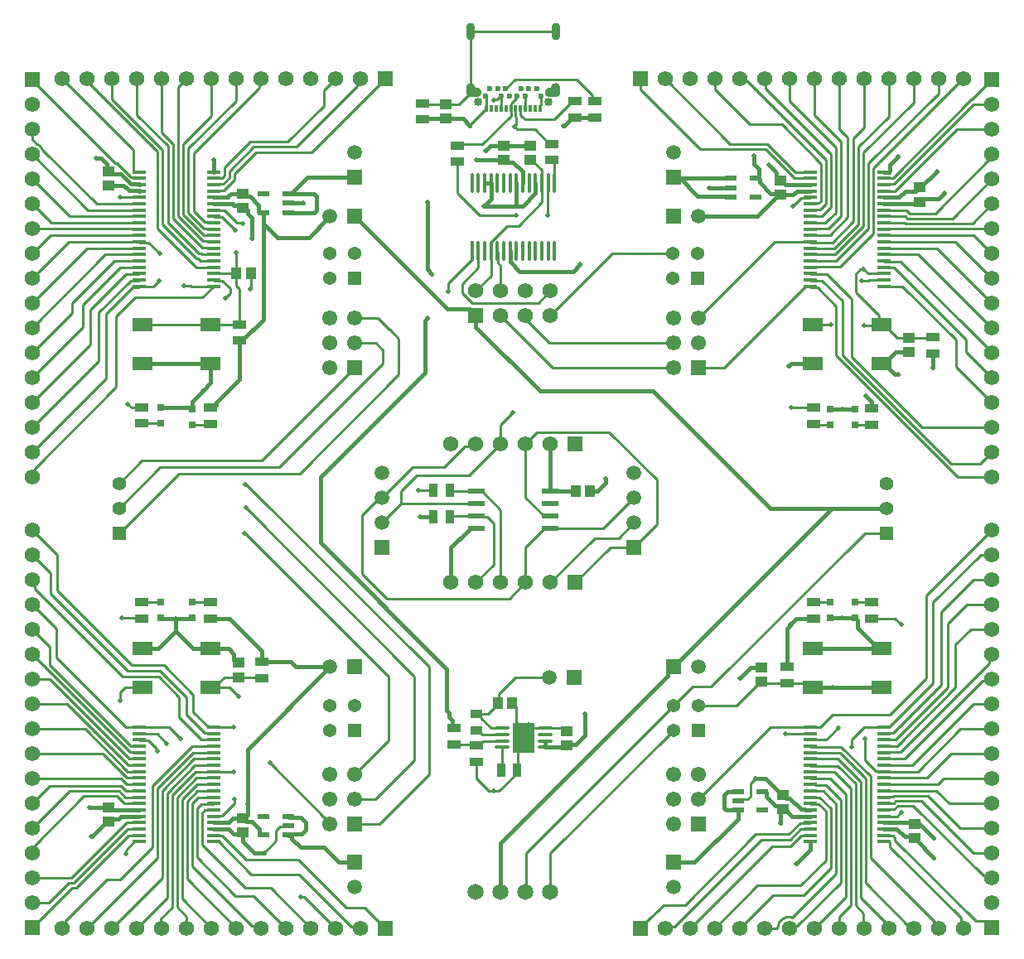
<source format=gbr>
G04*
G04 #@! TF.GenerationSoftware,Altium Limited,Altium Designer,25.8.1 (18)*
G04*
G04 Layer_Physical_Order=1*
G04 Layer_Color=255*
%FSLAX44Y44*%
%MOMM*%
G71*
G04*
G04 #@! TF.SameCoordinates,C16DD730-3532-4E92-A171-7A7C9FC4E97E*
G04*
G04*
G04 #@! TF.FilePolarity,Positive*
G04*
G01*
G75*
%ADD15C,0.2540*%
%ADD21R,1.3500X0.8500*%
%ADD22R,0.8000X0.8000*%
%ADD23R,1.4750X0.4500*%
%ADD24R,1.3082X1.0057*%
%ADD25R,1.2000X0.6000*%
%ADD26R,2.0000X1.4000*%
%ADD27R,0.3200X0.7000*%
G04:AMPARAMS|DCode=28|XSize=2mm|YSize=0.4mm|CornerRadius=0.2mm|HoleSize=0mm|Usage=FLASHONLY|Rotation=90.000|XOffset=0mm|YOffset=0mm|HoleType=Round|Shape=RoundedRectangle|*
%AMROUNDEDRECTD28*
21,1,2.0000,0.0000,0,0,90.0*
21,1,1.6000,0.4000,0,0,90.0*
1,1,0.4000,0.0000,0.8000*
1,1,0.4000,0.0000,-0.8000*
1,1,0.4000,0.0000,-0.8000*
1,1,0.4000,0.0000,0.8000*
%
%ADD28ROUNDEDRECTD28*%
%ADD29R,1.0057X1.3082*%
G04:AMPARAMS|DCode=30|XSize=1.45mm|YSize=0.3mm|CornerRadius=0.0495mm|HoleSize=0mm|Usage=FLASHONLY|Rotation=0.000|XOffset=0mm|YOffset=0mm|HoleType=Round|Shape=RoundedRectangle|*
%AMROUNDEDRECTD30*
21,1,1.4500,0.2010,0,0,0.0*
21,1,1.3510,0.3000,0,0,0.0*
1,1,0.0990,0.6755,-0.1005*
1,1,0.0990,-0.6755,-0.1005*
1,1,0.0990,-0.6755,0.1005*
1,1,0.0990,0.6755,0.1005*
%
%ADD30ROUNDEDRECTD30*%
%ADD31R,1.7780X0.5334*%
%ADD32R,0.8500X1.3500*%
%ADD33R,0.4000X2.0000*%
%ADD34R,1.2000X0.9200*%
%ADD43C,1.5200*%
%ADD46C,1.5700*%
%ADD48R,1.5700X1.5700*%
%ADD51R,1.5200X1.5200*%
%ADD54R,1.5200X1.5200*%
%ADD56R,1.5700X1.5700*%
%ADD60C,0.5000*%
%ADD61C,0.2540*%
%ADD62R,2.2000X3.1000*%
%ADD63C,0.3810*%
%ADD64C,0.6000*%
%ADD65C,1.3900*%
%ADD66C,1.6500*%
%ADD67C,1.3700*%
%ADD68R,1.3900X1.3900*%
%ADD69C,1.5500*%
%ADD70R,1.5500X1.5500*%
%ADD71R,1.3700X1.3700*%
%ADD72C,0.9000*%
%ADD73C,0.8500*%
%ADD74O,0.9000X1.8000*%
G36*
X532460Y929010D02*
X532230Y929020D01*
X532000Y929060D01*
X531760Y929100D01*
X531540Y929150D01*
X531310Y929220D01*
X531090Y929300D01*
X530870Y929390D01*
X530660Y929490D01*
X530450Y929600D01*
X530250Y929730D01*
X530050Y929860D01*
X529870Y930000D01*
X529690Y930160D01*
X529520Y930320D01*
X529360Y930490D01*
X529200Y930670D01*
X529060Y930850D01*
X528930Y931050D01*
X528800Y931250D01*
X528690Y931460D01*
X528590Y931670D01*
X528500Y931890D01*
X528420Y932110D01*
X528350Y932340D01*
X528300Y932560D01*
X528260Y932800D01*
X528220Y933030D01*
X528210Y933260D01*
X528200Y933500D01*
Y938500D01*
X528210Y938740D01*
X528220Y938970D01*
X528260Y939200D01*
X528300Y939440D01*
X528350Y939660D01*
X528420Y939890D01*
X528500Y940110D01*
X528590Y940330D01*
X528690Y940540D01*
X528800Y940750D01*
X528930Y940950D01*
X529060Y941150D01*
X529200Y941330D01*
X529360Y941510D01*
X529520Y941680D01*
X529690Y941840D01*
X529870Y942000D01*
X530050Y942140D01*
X530250Y942270D01*
X530450Y942400D01*
X530660Y942510D01*
X530870Y942610D01*
X531090Y942700D01*
X531310Y942780D01*
X531540Y942850D01*
X531760Y942900D01*
X532000Y942940D01*
X532230Y942980D01*
X532460Y942990D01*
X532700Y943000D01*
X532940Y942990D01*
X533170Y942980D01*
X533400Y942940D01*
X533640Y942900D01*
X533860Y942850D01*
X534090Y942780D01*
X534310Y942700D01*
X534530Y942610D01*
X534740Y942510D01*
X534950Y942400D01*
X535150Y942270D01*
X535350Y942140D01*
X535530Y942000D01*
X535710Y941840D01*
X535880Y941680D01*
X536040Y941510D01*
X536200Y941330D01*
X536340Y941150D01*
X536470Y940950D01*
X536600Y940750D01*
X536710Y940540D01*
X536810Y940330D01*
X536900Y940110D01*
X536980Y939890D01*
X537050Y939660D01*
X537100Y939440D01*
X537140Y939200D01*
X537180Y938970D01*
X537190Y938740D01*
X537200Y938500D01*
Y938000D01*
X539200D01*
X539440Y937990D01*
X539670Y937980D01*
X539900Y937940D01*
X540140Y937900D01*
X540360Y937850D01*
X540590Y937780D01*
X540810Y937700D01*
X541030Y937610D01*
X541240Y937510D01*
X541450Y937400D01*
X541650Y937270D01*
X541850Y937140D01*
X542030Y937000D01*
X542210Y936840D01*
X542380Y936680D01*
X542540Y936510D01*
X542700Y936330D01*
X542840Y936150D01*
X542970Y935950D01*
X543100Y935750D01*
X543210Y935540D01*
X543310Y935330D01*
X543400Y935110D01*
X543480Y934890D01*
X543550Y934660D01*
X543600Y934440D01*
X543640Y934200D01*
X543680Y933970D01*
X543690Y933740D01*
X543700Y933500D01*
X543690Y933260D01*
X543680Y933030D01*
X543640Y932800D01*
X543600Y932560D01*
X543550Y932340D01*
X543480Y932110D01*
X543400Y931890D01*
X543310Y931670D01*
X543210Y931460D01*
X543100Y931250D01*
X542970Y931050D01*
X542840Y930850D01*
X542700Y930670D01*
X542540Y930490D01*
X542380Y930320D01*
X542210Y930160D01*
X542030Y930000D01*
X541850Y929860D01*
X541650Y929730D01*
X541450Y929600D01*
X541240Y929490D01*
X541030Y929390D01*
X540810Y929300D01*
X540590Y929220D01*
X540360Y929150D01*
X540140Y929100D01*
X539900Y929060D01*
X539670Y929020D01*
X539440Y929010D01*
X539200Y929000D01*
X532700D01*
X532460Y929010D01*
D02*
G37*
G36*
X612560D02*
X612330Y929020D01*
X612100Y929060D01*
X611860Y929100D01*
X611640Y929150D01*
X611410Y929220D01*
X611190Y929300D01*
X610970Y929390D01*
X610760Y929490D01*
X610550Y929600D01*
X610350Y929730D01*
X610150Y929860D01*
X609970Y930000D01*
X609790Y930160D01*
X609620Y930320D01*
X609460Y930490D01*
X609300Y930670D01*
X609160Y930850D01*
X609030Y931050D01*
X608900Y931250D01*
X608790Y931460D01*
X608690Y931670D01*
X608600Y931890D01*
X608520Y932110D01*
X608450Y932340D01*
X608400Y932560D01*
X608360Y932800D01*
X608320Y933030D01*
X608310Y933260D01*
X608300Y933500D01*
X608310Y933740D01*
X608320Y933970D01*
X608360Y934200D01*
X608400Y934440D01*
X608450Y934660D01*
X608520Y934890D01*
X608600Y935110D01*
X608690Y935330D01*
X608790Y935540D01*
X608900Y935750D01*
X609030Y935950D01*
X609160Y936150D01*
X609300Y936330D01*
X609460Y936510D01*
X609620Y936680D01*
X609790Y936840D01*
X609970Y937000D01*
X610150Y937140D01*
X610350Y937270D01*
X610550Y937400D01*
X610760Y937510D01*
X610970Y937610D01*
X611190Y937700D01*
X611410Y937780D01*
X611640Y937850D01*
X611860Y937900D01*
X612100Y937940D01*
X612330Y937980D01*
X612560Y937990D01*
X612800Y938000D01*
X614800D01*
Y938500D01*
X614810Y938740D01*
X614820Y938970D01*
X614860Y939200D01*
X614900Y939440D01*
X614950Y939660D01*
X615020Y939890D01*
X615100Y940110D01*
X615190Y940330D01*
X615290Y940540D01*
X615400Y940750D01*
X615530Y940950D01*
X615660Y941150D01*
X615800Y941330D01*
X615960Y941510D01*
X616120Y941680D01*
X616290Y941840D01*
X616470Y942000D01*
X616650Y942140D01*
X616850Y942270D01*
X617050Y942400D01*
X617260Y942510D01*
X617470Y942610D01*
X617690Y942700D01*
X617910Y942780D01*
X618140Y942850D01*
X618360Y942900D01*
X618600Y942940D01*
X618830Y942980D01*
X619060Y942990D01*
X619300Y943000D01*
X619540Y942990D01*
X619770Y942980D01*
X620000Y942940D01*
X620240Y942900D01*
X620460Y942850D01*
X620690Y942780D01*
X620910Y942700D01*
X621130Y942610D01*
X621340Y942510D01*
X621550Y942400D01*
X621750Y942270D01*
X621950Y942140D01*
X622130Y942000D01*
X622310Y941840D01*
X622480Y941680D01*
X622640Y941510D01*
X622800Y941330D01*
X622940Y941150D01*
X623070Y940950D01*
X623200Y940750D01*
X623310Y940540D01*
X623410Y940330D01*
X623500Y940110D01*
X623580Y939890D01*
X623650Y939660D01*
X623700Y939440D01*
X623740Y939200D01*
X623780Y938970D01*
X623790Y938740D01*
X623800Y938500D01*
Y933500D01*
X623790Y933260D01*
X623780Y933030D01*
X623740Y932800D01*
X623700Y932560D01*
X623650Y932340D01*
X623580Y932110D01*
X623500Y931890D01*
X623410Y931670D01*
X623310Y931460D01*
X623200Y931250D01*
X623070Y931050D01*
X622940Y930850D01*
X622800Y930670D01*
X622640Y930490D01*
X622480Y930320D01*
X622310Y930160D01*
X622130Y930000D01*
X621950Y929860D01*
X621750Y929730D01*
X621550Y929600D01*
X621340Y929490D01*
X621130Y929390D01*
X620910Y929300D01*
X620690Y929220D01*
X620460Y929150D01*
X620240Y929100D01*
X620000Y929060D01*
X619770Y929020D01*
X619540Y929010D01*
X619300Y929000D01*
X612800D01*
X612560Y929010D01*
D02*
G37*
D15*
X723853Y96573D02*
G03*
X705750Y78570I232471J-251866D01*
G01*
X859945Y90199D02*
G03*
X846427Y80036I-1935J-11498D01*
G01*
X94910Y875116D02*
G03*
X89045Y880981I-10638J-4773D01*
G01*
X604000Y920288D02*
Y930000D01*
X882350Y696000D02*
X900706D01*
X882220Y695870D02*
X882350Y696000D01*
X185392Y846700D02*
X192954D01*
X193932Y845722D01*
X170679Y861413D02*
X185392Y846700D01*
X614100Y705300D02*
X677400Y768600D01*
X738756D01*
X588594Y916900D02*
Y929406D01*
X588000Y930000D02*
X588594Y929406D01*
X563500Y929500D02*
X564000Y930000D01*
X563500Y916900D02*
Y929500D01*
X934500Y695500D02*
X951850D01*
X952220Y695870D01*
X922000Y663000D02*
X994060Y590940D01*
X896220Y747780D02*
X922000Y722000D01*
Y663000D02*
Y722000D01*
X912750Y665066D02*
X1023816Y554000D01*
X912750Y665066D02*
Y720250D01*
X891720Y741280D02*
X912750Y720250D01*
X886760Y734240D02*
X906000Y715000D01*
Y664632D02*
Y715000D01*
X879340Y735220D02*
X880320Y734240D01*
X886760D01*
X906000Y664632D02*
X1030492Y540140D01*
X874215Y735220D02*
X879340D01*
X193864Y832654D02*
X193930Y832720D01*
X509168Y730082D02*
Y738418D01*
Y730082D02*
X509500Y729750D01*
X509168Y738418D02*
X533750Y763000D01*
Y771000D01*
X555750Y450412D02*
Y492500D01*
X538898Y499229D02*
X549021D01*
X538027Y500100D02*
X538898Y499229D01*
X549021D02*
X555750Y492500D01*
X537900Y432562D02*
X555750Y450412D01*
X563300Y432562D02*
Y506450D01*
X544250Y525500D02*
X563300Y506450D01*
X511906Y500100D02*
X538027D01*
X511170Y499364D02*
X511906Y500100D01*
X580750Y238214D02*
Y260826D01*
X577277Y898079D02*
Y898745D01*
X577928Y898079D02*
X579995Y896012D01*
X577277Y898079D02*
X577928D01*
X421894Y441290D02*
Y501396D01*
Y441290D02*
X447132Y416052D01*
X572190D01*
X595000Y283576D02*
X608250D01*
X591750Y286826D02*
X595000Y283576D01*
X575127Y309484D02*
X578885Y305725D01*
Y288056D02*
Y305725D01*
Y288056D02*
X580115Y286826D01*
X580750D01*
X556268Y219000D02*
X561536D01*
X538146Y231854D02*
Y249418D01*
X551000Y219000D02*
X556268D01*
X538146Y231854D02*
X551000Y219000D01*
X561536D02*
X580750Y238214D01*
X386140Y188080D02*
Y188944D01*
X327250Y247834D02*
X386140Y188944D01*
X327250Y247834D02*
Y248500D01*
X386140Y188080D02*
X388620Y185600D01*
X289875Y284625D02*
X290000Y284750D01*
X269815Y284625D02*
X289875D01*
X269690Y284500D02*
X269815Y284625D01*
X264565Y284500D02*
X269690D01*
X337444Y182999D02*
X344749D01*
X333250Y178805D02*
X337444Y182999D01*
X333250Y168250D02*
Y178805D01*
X344749Y182999D02*
X345750Y184000D01*
X321250Y156250D02*
X333250Y168250D01*
X303118Y149085D02*
X356121D01*
X405384Y99822D01*
X278643Y173560D02*
X303118Y149085D01*
X269810Y325000D02*
X286250D01*
X295000Y316250D01*
X266810Y325000D02*
X269810D01*
X196090Y396000D02*
X196340Y395750D01*
X176000Y396000D02*
X196090D01*
X266700Y412000D02*
X266950Y412250D01*
X247650Y412000D02*
X266700D01*
X215400Y412250D02*
X215650Y412000D01*
X196340Y412250D02*
X215400D01*
X180000Y154750D02*
Y158695D01*
X188805Y167500D01*
X193930D01*
X143000Y202750D02*
X143012Y202762D01*
X86788Y163538D02*
X137351Y214101D01*
X171119D01*
X84270Y155800D02*
X86788Y158318D01*
Y163538D01*
X173223Y219181D02*
X179404Y213000D01*
X156557Y257400D02*
X181457Y232500D01*
X171119Y214101D02*
X178720Y206500D01*
X180089Y219500D02*
X193930D01*
X175327Y224261D02*
X180089Y219500D01*
X181457Y232500D02*
X193930D01*
X179404Y213000D02*
X193930D01*
X178720Y206500D02*
X193930D01*
X174772Y232000D02*
X180772Y226000D01*
X122251Y219181D02*
X173223D01*
X180772Y226000D02*
X193930D01*
X182141Y239000D02*
X193930D01*
X138341Y282800D02*
X182141Y239000D01*
X101931Y224261D02*
X175327D01*
X120125Y308200D02*
X182745Y245580D01*
X193850D01*
X193930Y245500D01*
X84270Y206600D02*
X101931Y224261D01*
X84270Y181200D02*
X122251Y219181D01*
X124910Y120240D02*
X128985D01*
X182745Y174000D02*
X193930D01*
X101404Y105000D02*
X121724Y125320D01*
X84270Y79600D02*
X124910Y120240D01*
X121724Y125320D02*
X126754D01*
X124650Y130400D02*
X181250Y187000D01*
X84270Y79600D02*
Y79600D01*
X128985Y120240D02*
X182745Y174000D01*
X181250Y187000D02*
X193930D01*
X84270Y130400D02*
X124650D01*
X126754Y125320D02*
X181934Y180500D01*
X193930D01*
X84270Y105000D02*
X101404D01*
X1005000Y412000D02*
X1053600Y460600D01*
X1013000Y327387D02*
Y402000D01*
X960225Y284500D02*
X1005000Y329275D01*
X1013000Y402000D02*
X1046200Y435200D01*
X964053Y278440D02*
X1013000Y327387D01*
X1053600Y460600D02*
X1065020D01*
X1005000Y329275D02*
Y412000D01*
X908000Y283500D02*
Y283750D01*
X896000Y271500D02*
X908000Y283500D01*
X879340Y271500D02*
X896000D01*
X889750Y284500D02*
X902250Y297000D01*
X838736Y284500D02*
X889750D01*
X902250Y297000D02*
X961000D01*
X765000Y210764D02*
X838736Y284500D01*
X853750Y278190D02*
X853845Y278095D01*
X879245D02*
X879340Y278000D01*
X853845Y278095D02*
X879245D01*
X778000Y326000D02*
X935100Y483100D01*
X957500D01*
X758900Y326000D02*
X778000D01*
X823966Y175250D02*
X857708D01*
X869018Y186560D01*
X751332Y102616D02*
X823966Y175250D01*
X740887Y80233D02*
X829904Y169250D01*
X858893D02*
X869703Y180060D01*
X829904Y169250D02*
X858893D01*
X756410Y78700D02*
X840210Y162500D01*
X859327D02*
X870387Y173560D01*
X840210Y162500D02*
X859327D01*
X869018Y186560D02*
X878900D01*
X879340Y187000D01*
X869703Y180060D02*
X878900D01*
X879340Y180500D01*
X870387Y173560D02*
X878900D01*
X879340Y174000D01*
X966250Y395750D02*
X972750Y389250D01*
X942000Y395750D02*
X966250D01*
X971834Y197000D02*
X972500D01*
X968334Y193500D02*
X971834Y197000D01*
X955100Y193500D02*
X968334D01*
X955540Y200440D02*
X965422D01*
X955540Y206940D02*
X964690D01*
X967090Y209340D01*
X965422Y200440D02*
X969241Y204260D01*
X967090Y209340D02*
X992660D01*
X965033Y214420D02*
X999580D01*
X955540Y213440D02*
X964053D01*
X965033Y214420D01*
X969241Y204260D02*
X984740D01*
X1056105Y132895D01*
X992660Y209340D02*
X1046200Y155800D01*
X1008500Y219500D02*
X1021400Y206600D01*
X955100Y219500D02*
X1008500D01*
X999580Y214420D02*
X1032800Y181200D01*
X955100Y200000D02*
X955540Y200440D01*
X955100Y213000D02*
X955540Y213440D01*
X955100Y206500D02*
X955540Y206940D01*
X966285Y168715D02*
Y171328D01*
X964053Y173560D02*
X966285Y171328D01*
X955540Y173560D02*
X964053D01*
X966285Y168715D02*
X1048820Y86180D01*
X955100Y174000D02*
X955540Y173560D01*
X941500Y412750D02*
X942000Y412250D01*
X925000Y412750D02*
X941500D01*
X899750Y412250D02*
X900000Y412000D01*
X883000Y412250D02*
X899750D01*
X818250Y226750D02*
X823250Y231750D01*
X818250Y213750D02*
Y226750D01*
X815230Y210730D02*
X818250Y213750D01*
X807230Y210730D02*
X815230D01*
X608250Y283576D02*
X627958D01*
X630856Y280679D01*
X805500Y209000D02*
X807230Y210730D01*
X548000Y930000D02*
X548090Y929910D01*
Y917702D02*
Y929910D01*
X531622Y899668D02*
Y900022D01*
X548500Y916900D01*
X307744Y732686D02*
Y748538D01*
X307594Y732536D02*
X307744Y732686D01*
X1065020Y867662D02*
Y870340D01*
X980823Y809899D02*
X1007257D01*
X1065020Y867662D01*
X833976Y875244D02*
X863500Y845720D01*
X705612Y936388D02*
X766756Y875244D01*
X833976D01*
X524256Y880486D02*
X529263D01*
X592565Y697755D02*
Y697874D01*
X601458Y718058D02*
X614100Y730700D01*
X581107Y797007D02*
X605250Y821150D01*
X604971Y841280D02*
X605250Y841000D01*
Y821150D02*
Y841000D01*
X611564Y807906D02*
Y840814D01*
X611750Y841000D01*
X615696Y864494D02*
X618250Y861940D01*
Y841000D02*
Y861940D01*
X523748Y728362D02*
X534052Y718058D01*
X523748Y728362D02*
Y737870D01*
X604971Y841280D02*
Y854279D01*
X593000Y864738D02*
X594512D01*
X604971Y854279D01*
X613196Y880994D02*
X615696D01*
X529263Y880486D02*
X544282D01*
X534052Y718058D02*
X601458D01*
X588700Y701739D02*
Y705300D01*
Y701739D02*
X592565Y697874D01*
X559750Y771000D02*
X560029Y770721D01*
Y759371D02*
Y770721D01*
X523748Y737870D02*
X540250Y754372D01*
Y771000D01*
X537900Y730700D02*
X553250Y746050D01*
Y771000D01*
X553529Y771279D01*
X560029Y759371D02*
X563300Y756100D01*
X569540Y797007D02*
X581107D01*
X541528Y808228D02*
X578659D01*
X553529Y780996D02*
X569540Y797007D01*
X518922Y830834D02*
Y862763D01*
X553529Y771279D02*
Y780996D01*
X518922Y830834D02*
X541528Y808228D01*
X563300Y730700D02*
Y756100D01*
X589000Y116250D02*
Y156100D01*
X739600Y306700D01*
X758900Y326000D01*
X414020Y211000D02*
X435000D01*
X302541Y508708D02*
X475000Y336249D01*
X173250Y508500D02*
X214750Y550000D01*
X337000D01*
X443000Y656000D01*
X435000Y211000D02*
X475000Y251000D01*
X443000Y656000D02*
Y670000D01*
X475000Y251000D02*
Y336249D01*
X414150Y677500D02*
X435500D01*
X443000Y670000D01*
X612820Y677500D02*
X739600D01*
X592565Y697755D02*
X612820Y677500D01*
X563064Y930000D02*
X564000D01*
X555941Y925765D02*
X556412Y926236D01*
X559300D01*
X563064Y930000D01*
X573500Y921869D02*
X578810Y927179D01*
Y927874D01*
X580000Y929063D02*
Y930000D01*
X578810Y927874D02*
X580000Y929063D01*
X573500Y909704D02*
Y921869D01*
X544282Y880486D02*
X573500Y909704D01*
X577277Y898745D02*
X578580Y900048D01*
X598178Y896012D02*
X613196Y880994D01*
X578104Y908304D02*
Y916504D01*
X578500Y916900D01*
X578580Y900048D02*
Y908304D01*
X579995Y896012D02*
X598178D01*
X303896Y531770D02*
X304230D01*
X302216Y533450D02*
X303896Y531770D01*
X304230D02*
X490000Y346000D01*
X173250Y533900D02*
X196350Y557000D01*
X301550Y533450D02*
X302216D01*
X196350Y557000D02*
X319050D01*
X414150Y652100D01*
X414020Y185600D02*
X439600D01*
X490000Y236000D01*
Y346000D01*
X616500Y652100D02*
X739600D01*
X563300Y705300D02*
X616500Y652100D01*
X293850Y799809D02*
X299249D01*
X280877Y812782D02*
X293850Y799809D01*
X299249D02*
X299720Y799338D01*
X270133Y812782D02*
X280877D01*
X269692Y813222D02*
X270133Y812782D01*
X90855Y939960D02*
X169402Y861413D01*
X84272Y946538D02*
X90850Y939960D01*
X90855D01*
X169402Y861413D02*
X170679D01*
X675288Y468350D02*
X699262D01*
X639500Y432562D02*
X675288Y468350D01*
X538654Y281068D02*
X540054D01*
X544046Y277076D01*
X564250D01*
X577751Y335000D02*
X613000D01*
X560602Y309484D02*
X561098Y309981D01*
Y318347D01*
X577751Y335000D01*
X560602Y307972D02*
Y309484D01*
X540054Y297768D02*
X550398D01*
X515794Y266944D02*
X537120D01*
X538146Y265918D01*
X540646D01*
X545304Y270576D01*
X564250D01*
X563678Y240142D02*
X564250Y240714D01*
Y264076D01*
X550398Y297768D02*
X560602Y307972D01*
X538654Y297768D02*
X540054D01*
X543384Y294438D01*
Y293382D02*
Y294438D01*
Y293382D02*
X553190Y283576D01*
X564250D01*
X563300Y593300D02*
X576000Y606000D01*
X563300Y574294D02*
Y593300D01*
X531042Y542036D02*
X563300Y574294D01*
X683540Y478028D02*
X699262Y493750D01*
X659566Y478028D02*
X683540D01*
X614100Y432562D02*
X659566Y478028D01*
X461264Y525526D02*
X477774Y542036D01*
X531042D01*
X442214Y493750D02*
X461264Y512800D01*
X538027D01*
X461264D02*
Y525526D01*
X538027Y525500D02*
X544250D01*
X511170Y526542D02*
X512212Y525500D01*
X538027D01*
X405384Y99822D02*
X424138D01*
X445260Y78700D01*
X729896Y102616D02*
X751332D01*
X723853Y96573D02*
X729896Y102616D01*
X732543Y80233D02*
X740887D01*
X731010Y78700D02*
X732543Y80233D01*
X418071Y80489D02*
X419860Y78700D01*
X356728Y134000D02*
X410239Y80489D01*
X308315Y134000D02*
X356728D01*
X410239Y80489D02*
X418071D01*
X731012Y947650D02*
X797662Y881000D01*
X705612Y936388D02*
Y947650D01*
X1044125Y926220D02*
X1044702D01*
X1046229Y921140D02*
X1065022D01*
X1039811Y693189D02*
X1065022Y667978D01*
X943915Y856048D02*
X1035517Y947650D01*
X938835Y861019D02*
X1010412Y932596D01*
X933755Y871755D02*
X985012Y923012D01*
Y947650D01*
X1035517D02*
X1035812D01*
X1010412Y932596D02*
Y947650D01*
X1008742Y774220D02*
X1065022Y717940D01*
X955100Y735220D02*
X973780D01*
X955100Y780720D02*
X1027642D01*
X955100Y787220D02*
X1046542D01*
X955100Y767720D02*
X989842D01*
X1027642Y780720D02*
X1065022Y743340D01*
X955100Y774220D02*
X1008742D01*
X1046542Y787220D02*
X1065022Y768740D01*
X955540Y760780D02*
X972220D01*
X1024901Y804819D02*
X1065022Y844940D01*
X1044702Y926220D02*
X1065022Y946540D01*
X955310Y793930D02*
X1064812D01*
X1045221Y799739D02*
X1065022Y819540D01*
X1064812Y793930D02*
X1065022Y794140D01*
X964750Y839660D02*
X1046229Y921140D01*
X1029305Y895740D02*
X1065022D01*
X964065Y846160D02*
X1044125Y926220D01*
X966285Y832720D02*
X1029305Y895740D01*
X980000Y682262D02*
X1004012D01*
X972220Y760780D02*
X1039811Y693189D01*
Y693189D02*
Y693189D01*
X968828Y682262D02*
X980000D01*
X955220Y695870D02*
X968828Y682262D01*
X1004012D02*
X1005000Y683250D01*
X976818Y806720D02*
X978719Y804819D01*
X955100Y813220D02*
X977502D01*
X955100Y806720D02*
X976818D01*
X977502Y813220D02*
X980823Y809899D01*
X955100Y832720D02*
X966285D01*
X976133Y800220D02*
X976614Y799739D01*
X978719Y804819D02*
X1024901D01*
X976614Y799739D02*
X1045221D01*
X955100Y800220D02*
X976133D01*
X989842Y767720D02*
X1065022Y692540D01*
X965280Y754720D02*
X1039000Y681000D01*
X973780Y735220D02*
X1028427Y680573D01*
Y652935D02*
Y680573D01*
X1039000Y667762D02*
Y681000D01*
X1028427Y652935D02*
X1065022Y616340D01*
Y667140D02*
Y667978D01*
X994060Y590940D02*
X1065022D01*
X1039000Y667762D02*
X1065022Y641740D01*
X1053482Y554000D02*
X1065022Y565540D01*
X791095Y652100D02*
X874215Y735220D01*
X765000Y652100D02*
X791095D01*
X882990Y611000D02*
X883000Y610990D01*
X883490Y594000D02*
X900000D01*
X883000Y594490D02*
X883490Y594000D01*
X941750D02*
X942000Y593750D01*
X925000Y594000D02*
X941750D01*
X926000Y729000D02*
Y748000D01*
X879340Y741720D02*
X879780Y741280D01*
X891720D01*
X879340Y754720D02*
X879780Y755160D01*
X910160D01*
X879340Y761220D02*
X905588D01*
X930578Y752578D02*
X933578D01*
X879340Y787220D02*
X879781Y787660D01*
X879340Y793720D02*
X879780Y794160D01*
X898160D01*
X879781Y787660D02*
X899660D01*
X879340Y800220D02*
X895135D01*
X879340Y780720D02*
X879780Y780280D01*
X879340Y774220D02*
X879781Y773780D01*
X879780Y780280D02*
X902280D01*
X842820Y780720D02*
X879340D01*
X765000Y702900D02*
X842820Y780720D01*
X879781Y773780D02*
X903780D01*
X928675Y798675D01*
X910160Y755160D02*
X941325Y786325D01*
X904904Y767720D02*
X933755Y796571D01*
X905588Y761220D02*
X938835Y794467D01*
X902280Y780280D02*
X923595Y801595D01*
X879340Y767720D02*
X904904D01*
X879340Y748220D02*
X879781Y747780D01*
X955100Y761220D02*
X955540Y760780D01*
X879781Y747780D02*
X896220D01*
X933578Y752578D02*
X934000Y753000D01*
X938780Y748220D01*
X926000Y748000D02*
X930578Y752578D01*
X938780Y748220D02*
X955100D01*
X952220Y695870D02*
X955220D01*
X949808Y698282D02*
X952220Y695870D01*
X949808Y698282D02*
Y705192D01*
X898415Y803500D02*
X898500D01*
X895135Y800220D02*
X898415Y803500D01*
X955100Y793720D02*
X955310Y793930D01*
X941325Y786325D02*
Y786359D01*
X943915Y788949D01*
X932389Y740991D02*
X939100D01*
X939969Y741860D02*
X954960D01*
X939100Y740991D02*
X939969Y741860D01*
X954960D02*
X955100Y741720D01*
X926000Y729000D02*
X949808Y705192D01*
X955100Y845720D02*
X955540Y846160D01*
X943915Y848392D02*
Y856048D01*
X934212Y897212D02*
Y947650D01*
X928675Y877675D02*
X959612Y908612D01*
X943915Y848392D02*
X943915Y848392D01*
X959612Y908612D02*
Y947650D01*
X850410Y900590D02*
X890525Y860475D01*
X833522Y937478D02*
X900685Y870315D01*
X814868Y945132D02*
X895605Y864395D01*
X858012Y924988D02*
X905765Y877235D01*
X955100Y754720D02*
X965280D01*
X943915Y788949D02*
Y848392D01*
X938835Y794467D02*
Y846288D01*
X899660Y787660D02*
X918000Y806000D01*
X955100Y839220D02*
X955541Y839660D01*
X870387Y825780D02*
X878900D01*
X879340Y813220D02*
X879781Y813660D01*
X878900Y825780D02*
X879340Y826220D01*
Y819720D02*
X879780Y820160D01*
X862000Y817393D02*
X870387Y825780D01*
X864184Y852220D02*
X879340D01*
X863500Y845720D02*
X879340D01*
X910845Y806845D02*
Y883155D01*
X889660Y813660D02*
X895605Y819605D01*
X918000Y806000D02*
Y887000D01*
X883412Y910588D02*
X910845Y883155D01*
X908812Y896188D02*
X918000Y887000D01*
X891160Y807160D02*
X900685Y816685D01*
X895605Y819605D02*
Y864395D01*
X900685Y816685D02*
Y870315D01*
X908812Y896188D02*
Y947650D01*
X905765Y810765D02*
Y877235D01*
X832612Y947650D02*
X833522Y946740D01*
X835404Y881000D02*
X864184Y852220D01*
X858012Y924988D02*
Y947650D01*
X833522Y937478D02*
Y946740D01*
X888293Y820160D02*
X890525Y822392D01*
Y860475D01*
X879780Y820160D02*
X888293D01*
X883412Y910588D02*
Y947650D01*
X879340Y806720D02*
X879780Y807160D01*
X933755Y796571D02*
Y844183D01*
X938835Y846288D02*
X938835Y846288D01*
X928675Y798675D02*
Y842079D01*
X928675Y842079D02*
Y877675D01*
X923595Y839975D02*
X923595Y839975D01*
Y801595D02*
Y839975D01*
X933755Y844184D02*
X933755Y844183D01*
X938835Y846288D02*
Y861019D01*
X933755Y844184D02*
Y871755D01*
X928675Y842079D02*
X928675Y842079D01*
X955541Y839660D02*
X964750D01*
X923595Y839975D02*
Y886595D01*
X934212Y897212D01*
X955540Y846160D02*
X964065D01*
X898160Y794160D02*
X910845Y806845D01*
X879781Y813660D02*
X889660D01*
X898500Y803500D02*
X905765Y810765D01*
X879780Y807160D02*
X891160D01*
X797662Y881000D02*
X835404D01*
X781812Y936188D02*
Y947650D01*
X807212D02*
X809730Y945132D01*
X781812Y936188D02*
X817410Y900590D01*
X850410D01*
X809730Y945132D02*
X814868D01*
X860000Y611000D02*
X882990D01*
X1030492Y540140D02*
X1065022D01*
X614000Y155700D02*
X739600Y281300D01*
X614000Y116250D02*
Y155700D01*
X414150Y702900D02*
X437950D01*
X449849Y691000D02*
X450000D01*
X437950Y702900D02*
X449849Y691000D01*
X450000D02*
X459000Y682000D01*
Y645104D02*
Y682000D01*
X449000Y271380D02*
Y336000D01*
X357896Y544000D02*
X459000Y645104D01*
X301666Y483000D02*
X302896Y481770D01*
X234150Y544000D02*
X357896D01*
X173250Y483100D02*
X234150Y544000D01*
X301000Y483000D02*
X301666D01*
X414020Y236400D02*
X449000Y271380D01*
X303230Y481770D02*
X449000Y336000D01*
X302896Y481770D02*
X303230D01*
X1023816Y554000D02*
X1053482D01*
X473482Y550418D02*
X505114D01*
X494162Y527050D02*
X494670Y526542D01*
X478790Y527050D02*
X494162D01*
X667512Y487400D02*
X699262Y519150D01*
X607750Y487400D02*
X613973D01*
X588700Y519150D02*
X607750Y500100D01*
X613973D01*
X588700Y519150D02*
Y574294D01*
X600360Y585954D01*
X572190Y416052D02*
X588700Y432562D01*
X439648Y519150D02*
X442214D01*
X473482Y550418D01*
X588700Y432562D02*
Y468350D01*
X607750Y487400D01*
X613973D02*
X667512D01*
X505114Y550418D02*
X526472Y571776D01*
X535382D01*
X537900Y574294D01*
X421894Y501396D02*
X439648Y519150D01*
X722630Y491718D02*
Y537318D01*
X699262Y468350D02*
X722630Y491718D01*
X673994Y585954D02*
X722630Y537318D01*
X600360Y585954D02*
X673994D01*
X532700Y995500D02*
X619300D01*
X532700Y938500D02*
Y995500D01*
X584988Y908976D02*
X584988D01*
X583500Y910464D02*
Y916900D01*
X584988Y908976D02*
X587951Y906013D01*
X583500Y910464D02*
X584988Y908976D01*
X592987Y906013D02*
X593000Y906000D01*
X587951Y906013D02*
X592987D01*
X593000Y906000D02*
X618250D01*
X636500Y924250D02*
X639000D01*
X618250Y906000D02*
X636500Y924250D01*
X657178Y927230D02*
X657408Y927000D01*
X641190Y946810D02*
X657178Y930822D01*
X577810Y946810D02*
X641190D01*
X657408Y927000D02*
X661000D01*
X657178Y927230D02*
Y930822D01*
X568000Y937000D02*
X577810Y946810D01*
X483000Y922250D02*
X483988Y921263D01*
X507000D01*
X520463D01*
X532700Y933500D01*
X1020000Y325000D02*
Y390000D01*
X966940Y271940D02*
X1020000Y325000D01*
Y390000D02*
X1039800Y409800D01*
X1028000Y325000D02*
Y369000D01*
X1043400Y384400D01*
X968440Y265440D02*
X1028000Y325000D01*
X955540Y265440D02*
X968440D01*
X971940Y258940D02*
X1062805Y349805D01*
Y356785D02*
X1065020Y359000D01*
X1062805Y349805D02*
Y356785D01*
X955540Y258940D02*
X971940D01*
X1016000Y232000D02*
X1065020D01*
X955100Y226000D02*
X1010000D01*
X1016000Y232000D01*
X1046200Y155800D02*
X1065020D01*
X1032800Y181200D02*
X1065020D01*
X1021400Y206600D02*
X1065020D01*
X955540Y271940D02*
X966940D01*
X1063025Y331605D02*
X1065020Y333600D01*
X976000Y252000D02*
X1055605Y331605D01*
X1063025D01*
X955100Y252000D02*
X976000D01*
X983500Y245500D02*
X1046200Y308200D01*
X1065020D01*
X955100Y245500D02*
X983500D01*
X1062525Y132895D02*
X1065020Y130400D01*
X1056105Y132895D02*
X1062525D01*
X941000Y151000D02*
X1010410Y81590D01*
X930840Y110160D02*
X959610Y81390D01*
X935920Y125080D02*
X982300Y78700D01*
X930840Y110160D02*
Y228916D01*
X1010410Y78700D02*
Y81590D01*
X804450Y306700D02*
X828487Y330738D01*
X856000Y329750D02*
X877470D01*
X1033292Y81218D02*
Y89859D01*
Y81218D02*
X1035810Y78700D01*
X961205Y161947D02*
X1033292Y89859D01*
X1048820Y86180D02*
X1058440D01*
X1065020Y79600D01*
X989212Y239000D02*
X1033012Y282800D01*
X998662Y232500D02*
X1023562Y257400D01*
X1065020D01*
X765000Y306700D02*
X804450D01*
X830000Y330738D02*
X830987Y329750D01*
X828487Y330738D02*
X830000D01*
X830987Y329750D02*
X856000D01*
X959610Y78700D02*
Y81390D01*
X925760Y102240D02*
X934128Y93872D01*
Y78783D02*
Y93872D01*
Y78783D02*
X934210Y78700D01*
X908810D02*
Y90810D01*
X982300Y78700D02*
X985010D01*
X908810Y90810D02*
X920680Y102680D01*
X781810Y78700D02*
X825555Y122445D01*
X860146Y90198D02*
X861199Y90199D01*
X807210Y78700D02*
X841430Y112920D01*
X860528Y81218D02*
X866218D01*
X859945Y90199D02*
X860146Y90198D01*
X832610Y78700D02*
X845091D01*
X845835Y79444D02*
X846427Y80036D01*
X845091Y78700D02*
X845835Y79444D01*
X858010Y78700D02*
X860528Y81218D01*
X910520Y125520D02*
Y210480D01*
X895280Y148280D02*
Y199073D01*
X869445Y122445D02*
X895280Y148280D01*
X905440Y134440D02*
Y206560D01*
X883410Y78700D02*
X915600Y110890D01*
Y216400D01*
X920680Y102680D02*
Y222320D01*
X925760Y102240D02*
Y226812D01*
X935920Y125080D02*
Y232337D01*
X841430Y112920D02*
X872920D01*
X900360Y140360D01*
Y201177D01*
X866218Y81218D02*
X910520Y125520D01*
X825555Y122445D02*
X869445D01*
X861199Y90199D02*
X905440Y134440D01*
X1046200Y435200D02*
X1065020D01*
X998305Y334305D02*
Y419285D01*
X879780Y206060D02*
X888293D01*
X895280Y199073D01*
X885445Y225560D02*
X895440D01*
X879340Y206500D02*
X879780Y206060D01*
X888977Y212560D02*
X900360Y201177D01*
X900256Y211744D02*
X905440Y206560D01*
X892940Y219060D02*
X900256Y211744D01*
X879780Y219060D02*
X892940D01*
X895440Y225560D02*
X910520Y210480D01*
X899940Y232060D02*
X915600Y216400D01*
X879340Y232500D02*
X879780Y232060D01*
X879780Y245060D02*
X907512D01*
X879340Y239000D02*
X904000D01*
X879340Y245500D02*
X879780Y245060D01*
X879780Y232060D02*
X899940D01*
X955100Y239000D02*
X989212D01*
X955100Y232500D02*
X998662D01*
X910257Y258000D02*
X935920Y232337D01*
X954660Y239440D02*
X955100Y239000D01*
X946147Y239440D02*
X954660D01*
X910881Y264560D02*
X941000Y234441D01*
X907512Y245060D02*
X925760Y226812D01*
X904000Y239000D02*
X920680Y222320D01*
X935000Y250587D02*
X946147Y239440D01*
X907756Y252000D02*
X930840Y228916D01*
X934500Y284500D02*
X960225D01*
X955100Y278000D02*
X955540Y278440D01*
X964053D01*
X922000Y272000D02*
X934500Y284500D01*
X879340Y252000D02*
X907756D01*
X907000Y258000D02*
X910257D01*
X879340Y265000D02*
X879780Y264560D01*
X910881D01*
X879340Y258500D02*
X879780Y258060D01*
X906940D02*
X907000Y258000D01*
X879780Y258060D02*
X906940D01*
X879780Y212560D02*
X888977D01*
X879340Y213000D02*
X879780Y212560D01*
X879340Y219500D02*
X879780Y219060D01*
X885004Y226000D02*
X885445Y225560D01*
X879340Y226000D02*
X885004D01*
X961205Y161947D02*
Y166520D01*
X955100Y167500D02*
X960225D01*
X961205Y166520D01*
X941000Y151000D02*
Y234441D01*
X955100Y265000D02*
X955540Y265440D01*
X935000Y250587D02*
Y273000D01*
X922000Y264000D02*
Y272000D01*
X955100Y271500D02*
X955540Y271940D01*
X955100Y258500D02*
X955540Y258940D01*
X877470Y329750D02*
X882220Y325000D01*
X1043400Y384400D02*
X1065020D01*
X1039800Y409800D02*
X1065020D01*
X961000Y297000D02*
X998305Y334305D01*
X1033012Y282800D02*
X1065020D01*
X998305Y419285D02*
X1065020Y486000D01*
X270130Y173560D02*
X278643D01*
X269690Y174000D02*
X270130Y173560D01*
X216172Y78700D02*
Y89172D01*
X191260Y79000D02*
X222240Y109980D01*
Y217161D01*
X165860Y79000D02*
X217160Y130300D01*
Y219265D01*
X291000Y206297D02*
Y211000D01*
X278643Y193940D02*
X291000Y206297D01*
X270131Y193940D02*
X278643D01*
X269690Y193500D02*
X270131Y193940D01*
X193930Y284500D02*
X224500D01*
X180500D02*
X193930D01*
X224500D02*
X236000Y273000D01*
X318013Y335737D02*
X319000Y334750D01*
X295000Y335737D02*
X318013D01*
X280548D02*
X295000D01*
X269810Y325000D02*
X280548Y335737D01*
X174000Y320000D02*
X179000Y325000D01*
X174000Y312000D02*
Y320000D01*
X179000Y325000D02*
X196810D01*
X211529Y260471D02*
Y262414D01*
Y260471D02*
X212000Y260000D01*
X202883Y271060D02*
X211529Y262414D01*
X194370Y271060D02*
X202883D01*
X193930Y271500D02*
X194370Y271060D01*
X84270Y308200D02*
X120125D01*
X184293Y258940D02*
X193490D01*
X96920Y346313D02*
Y346350D01*
X101909Y333600D02*
X183509Y252000D01*
X184977Y265440D02*
X193490D01*
X96920Y346313D02*
X184293Y258940D01*
X84270Y282800D02*
X138341D01*
X109000Y356000D02*
X180500Y284500D01*
X84270Y257400D02*
X156557D01*
X102000Y348417D02*
X184977Y265440D01*
X102000Y348417D02*
Y366670D01*
X84270Y333600D02*
X101909D01*
X109000Y356000D02*
Y385070D01*
X193490Y265440D02*
X193930Y265000D01*
Y278000D02*
X212000D01*
X222000Y268000D01*
X247816Y265000D02*
X269690D01*
X248500Y258500D02*
X269690D01*
X290000Y239000D02*
X290000Y239000D01*
X269690Y239000D02*
X290000D01*
X186000Y348000D02*
X219000D01*
X249000Y318000D01*
Y300065D02*
Y318000D01*
Y300065D02*
X264565Y284500D01*
X110000Y424000D02*
X186000Y348000D01*
X110000Y424000D02*
Y460270D01*
X84270Y486000D02*
X110000Y460270D01*
X84270Y460600D02*
X103000Y441870D01*
Y421000D02*
Y441870D01*
Y421000D02*
X182000Y342000D01*
X214816D01*
X241690Y315126D01*
X84270Y409800D02*
X109000Y385070D01*
X84270Y359000D02*
X96920Y346350D01*
X84270Y435200D02*
X86740Y432730D01*
Y426260D02*
Y432730D01*
Y426260D02*
X177080Y335920D01*
X84270Y384400D02*
X102000Y366670D01*
X177080Y335920D02*
X213712D01*
X234221Y315411D01*
Y294595D02*
X257316Y271500D01*
X234221Y294595D02*
Y315411D01*
X241690Y297487D02*
Y315126D01*
Y297487D02*
X260737Y278440D01*
X269250D01*
X257316Y271500D02*
X269690D01*
X269250Y278440D02*
X269690Y278000D01*
X212080Y222080D02*
X248500Y258500D01*
X207000Y162000D02*
Y224184D01*
X247816Y265000D01*
X359000Y111000D02*
X362460D01*
X394460Y79000D01*
X257800Y164377D02*
X302177Y120000D01*
X328060D01*
X274815Y167500D02*
X308315Y134000D01*
X328060Y120000D02*
X369060Y79000D01*
X310660Y112000D02*
X343660Y79000D01*
X292000Y112000D02*
X310660D01*
X252720Y151280D02*
X292000Y112000D01*
X252720Y151280D02*
Y201720D01*
X247640Y142360D02*
Y206640D01*
X308925Y81075D02*
X316185D01*
X247640Y142360D02*
X308925Y81075D01*
X316185D02*
X318260Y79000D01*
X232400Y212953D02*
X251947Y232500D01*
X237480Y108980D02*
X267460Y79000D01*
X217160Y219265D02*
X249895Y252000D01*
X212080Y150620D02*
Y222080D01*
X216172Y89172D02*
X227320Y100320D01*
Y215057D02*
X251263Y239000D01*
X237480Y210848D02*
X252632Y226000D01*
X232400Y100600D02*
Y212953D01*
X252876Y219060D02*
X269250D01*
X227320Y100320D02*
Y215057D01*
X237480Y108980D02*
Y210848D01*
X232400Y100600D02*
X242060Y90940D01*
X242560Y129300D02*
Y208744D01*
X140460Y79000D02*
X212080Y150620D01*
X242560Y208744D02*
X252876Y219060D01*
X247640Y206640D02*
X253560Y212560D01*
X242560Y129300D02*
X292860Y79000D01*
X174000Y129000D02*
X207000Y162000D01*
X222240Y217161D02*
X250579Y245500D01*
X269250Y219060D02*
X269690Y219500D01*
X115060Y82561D02*
X118735Y86236D01*
Y86735D02*
X161000Y129000D01*
X174000D01*
X115060Y79000D02*
Y82561D01*
X118735Y86236D02*
Y86735D01*
X242060Y79000D02*
Y90940D01*
X257800Y164377D02*
Y196623D01*
X260737Y199560D01*
X252720Y201720D02*
X257060Y206060D01*
X269250D01*
X260737Y199560D02*
X269250D01*
X252632Y226000D02*
X269690D01*
X251947Y232500D02*
X269690D01*
X251263Y239000D02*
X269690D01*
X250579Y245500D02*
X269690D01*
X249895Y252000D02*
X269690D01*
X253560Y212560D02*
X269250D01*
X269250Y199560D02*
X269690Y200000D01*
Y167500D02*
X274815D01*
X269250Y206060D02*
X269690Y206500D01*
X269250Y212560D02*
X269690Y213000D01*
X193490Y258940D02*
X193930Y258500D01*
X183509Y252000D02*
X193930D01*
X84270Y232000D02*
X174772D01*
X247650Y593980D02*
X266442D01*
X266954Y594492D01*
X247102Y735222D02*
X269692D01*
X239522Y735838D02*
X246486D01*
X247102Y735222D01*
X258370Y723900D02*
X269692Y735222D01*
X189230Y723900D02*
X258370D01*
X170180Y704850D02*
X189230Y723900D01*
X170180Y632460D02*
Y704850D01*
X86772Y549052D02*
X170180Y632460D01*
X86772Y542643D02*
Y549052D01*
X84272Y540143D02*
X86772Y542643D01*
X193932Y780722D02*
X194372Y780282D01*
X203206D01*
X214630Y768858D01*
X84272Y743343D02*
X121651Y780722D01*
X193932D01*
X207918Y735222D02*
X213868Y741172D01*
X193932Y735222D02*
X207918D01*
X159766Y706882D02*
X187126Y734242D01*
X159766Y641037D02*
Y706882D01*
X187126Y734242D02*
X192952D01*
X84272Y565543D02*
X159766Y641037D01*
X192952Y734242D02*
X193932Y735222D01*
X293116Y760015D02*
Y770128D01*
X215642Y595000D02*
X215646Y594996D01*
X196342Y595000D02*
X215642D01*
X280014Y833162D02*
X291037Y844185D01*
X269692Y832722D02*
X270132Y833162D01*
X291037Y844185D02*
Y849837D01*
X313182Y871982D02*
X369594D01*
X270132Y833162D02*
X280014D01*
X291037Y849837D02*
X313182Y871982D01*
X279330Y839662D02*
X285957Y846290D01*
X270132Y839662D02*
X279330D01*
X310825Y877753D02*
X354259D01*
X285957Y852885D02*
X310825Y877753D01*
X285957Y846290D02*
Y852885D01*
X280877Y848394D02*
Y856907D01*
X270132Y846162D02*
X278645D01*
X280877Y848394D01*
X269692Y845722D02*
X270132Y846162D01*
X280877Y856907D02*
X306804Y882833D01*
X345159D01*
X278645Y806282D02*
X292100Y792827D01*
Y792226D02*
Y792827D01*
X174017Y826222D02*
X193932D01*
X212344Y794251D02*
Y872672D01*
Y794251D02*
X251873Y754722D01*
X140462Y944554D02*
X212344Y872672D01*
X251873Y754722D02*
X269692D01*
X243840Y876046D02*
X292862Y925068D01*
X243840Y810374D02*
Y876046D01*
X292862Y925068D02*
Y947650D01*
X316228Y945616D02*
X318262Y947650D01*
X316228Y938274D02*
Y945616D01*
X249428Y871474D02*
X316228Y938274D01*
X249428Y811970D02*
Y871474D01*
X238506Y880872D02*
X267462Y909828D01*
X238506Y808524D02*
Y880872D01*
X267462Y909828D02*
Y947650D01*
X228092Y804570D02*
X258000Y774662D01*
X269252D01*
X264027Y787222D02*
X269692D01*
X233172Y806674D02*
Y938760D01*
X260052Y794162D02*
X263587D01*
X259368Y787662D02*
X263587D01*
X264027Y787222D01*
X249428Y811970D02*
X260739Y800662D01*
X233172Y806674D02*
X258684Y781162D01*
X228092Y804570D02*
Y880944D01*
X258684Y781162D02*
X269252D01*
X238506Y808524D02*
X259368Y787662D01*
X243840Y810374D02*
X260052Y794162D01*
X165862Y926338D02*
Y947650D01*
X115062D02*
X187827Y874885D01*
X140462Y944554D02*
Y947650D01*
X191262Y910590D02*
Y947650D01*
X165862Y926338D02*
X217678Y874522D01*
X191262Y910590D02*
X223012Y878840D01*
X152146Y658817D02*
Y708449D01*
X84272Y885754D02*
Y895743D01*
Y885754D02*
X89045Y880981D01*
X269692Y806722D02*
X270132Y806282D01*
X278645D01*
X269692Y839222D02*
X270132Y839662D01*
X264027Y793722D02*
X269692D01*
X263587Y794162D02*
X264027Y793722D01*
X260739Y800662D02*
X269252D01*
X269692Y800222D01*
X223012Y800354D02*
X254334Y769032D01*
X223012Y800354D02*
Y878840D01*
X233172Y938760D02*
X242062Y947650D01*
X216662Y892374D02*
X228092Y880944D01*
X216662Y892374D02*
Y947650D01*
X369594Y871982D02*
X445262Y947650D01*
X354259Y877753D02*
X416305Y939799D01*
X345159Y882833D02*
X382270Y919944D01*
Y935458D01*
X419862Y944089D02*
Y947650D01*
X416305Y940531D02*
X419862Y944089D01*
X416305Y939799D02*
Y940531D01*
X382270Y935458D02*
X394462Y947650D01*
X103593Y800222D02*
X193932D01*
X84272Y794143D02*
X84482Y793932D01*
X193722D01*
X252230Y763952D02*
X253514D01*
X217678Y798504D02*
X252230Y763952D01*
X140551Y774222D02*
X193932D01*
X102752Y787222D02*
X193932D01*
X159452Y767722D02*
X193932D01*
X168568Y761222D02*
X193932D01*
X84272Y768743D02*
X102752Y787222D01*
X143764Y711200D02*
X180346Y747782D01*
X125329Y717983D02*
X168568Y761222D01*
X84272Y717943D02*
X140551Y774222D01*
X135885Y716704D02*
X173902Y754722D01*
X180346Y747782D02*
X193492D01*
X173902Y754722D02*
X193932D01*
X193722Y793932D02*
X193932Y793722D01*
X184979Y741282D02*
X193492D01*
X188807Y852222D02*
X193932D01*
X187827Y853202D02*
X188807Y852222D01*
X193492Y747782D02*
X193932Y748222D01*
X193492Y741282D02*
X193932Y741722D01*
X217678Y798504D02*
Y874522D01*
X122493Y806722D02*
X193932D01*
X84272Y819543D02*
X103593Y800222D01*
X141393Y813222D02*
X193932D01*
X150304Y819722D02*
X193932D01*
X84272Y870343D02*
X141393Y813222D01*
X84272Y844943D02*
X122493Y806722D01*
X187827Y853202D02*
Y874885D01*
X94910Y875116D02*
X150304Y819722D01*
X254334Y769032D02*
X257637D01*
X253514Y763952D02*
X256244Y761222D01*
X263587Y768162D02*
X264027Y767722D01*
X258507Y768162D02*
X263587D01*
X257637Y769032D02*
X258507Y768162D01*
X256244Y761222D02*
X269692D01*
X152146Y708449D02*
X184979Y741282D01*
X125329Y708199D02*
Y717983D01*
X84272Y692543D02*
X159452Y767722D01*
X135885Y693355D02*
Y716704D01*
X84272Y667143D02*
X125329Y708199D01*
X143764Y675835D02*
Y711200D01*
X196812Y695866D02*
X266812D01*
X269252Y781162D02*
X269692Y780722D01*
X269252Y774662D02*
X269692Y774222D01*
X266812Y695866D02*
X267028Y696082D01*
X296418D01*
Y732316D01*
X293220Y735514D02*
X296418Y732316D01*
X281940Y723392D02*
X286730Y728182D01*
Y733197D01*
X264027Y767722D02*
X269692D01*
Y741722D02*
X270133Y741282D01*
X278645D01*
X292904Y748222D02*
X293220Y748538D01*
X269692Y748222D02*
X292904D01*
X293220Y735514D02*
Y748538D01*
X293116Y760015D02*
X293220Y760118D01*
Y748538D02*
Y760118D01*
X278645Y741282D02*
X286730Y733197D01*
X84272Y641743D02*
X135885Y693355D01*
X84272Y616343D02*
X143764Y675835D01*
X185806Y611500D02*
X196342D01*
X182118Y615188D02*
X185806Y611500D01*
X84272Y590943D02*
X152146Y658817D01*
D21*
X942000Y610250D02*
D03*
Y593750D02*
D03*
X942000Y395750D02*
D03*
Y412250D02*
D03*
X883000Y395750D02*
D03*
Y412250D02*
D03*
X856000Y346250D02*
D03*
X659000Y907750D02*
D03*
X639000Y907750D02*
D03*
X483000Y905750D02*
D03*
X538146Y249418D02*
D03*
X518922Y862763D02*
D03*
Y879263D02*
D03*
X615696Y864494D02*
D03*
Y880994D02*
D03*
X515794Y283444D02*
D03*
X538146Y265918D02*
D03*
X515794Y266944D02*
D03*
X883000Y594490D02*
D03*
Y610990D02*
D03*
X1005000Y683250D02*
D03*
Y666750D02*
D03*
X659000Y924250D02*
D03*
X483000Y922250D02*
D03*
X639000Y924250D02*
D03*
X856000Y329750D02*
D03*
X296418Y696080D02*
D03*
Y679580D02*
D03*
X196340Y611500D02*
D03*
Y595000D02*
D03*
X266950Y610990D02*
D03*
Y594490D02*
D03*
X266950Y412250D02*
D03*
Y395750D02*
D03*
X196340Y412250D02*
D03*
Y395750D02*
D03*
X319000Y351250D02*
D03*
Y334750D02*
D03*
D22*
X925000Y412750D02*
D03*
Y396750D02*
D03*
X900000Y412000D02*
D03*
X925000Y610000D02*
D03*
X900000D02*
D03*
X900000Y396000D02*
D03*
X247650Y609980D02*
D03*
X215650Y610996D02*
D03*
X215650Y396000D02*
D03*
X247650D02*
D03*
X925000Y594000D02*
D03*
X900000D02*
D03*
X215650Y412000D02*
D03*
X247650Y593980D02*
D03*
X215650Y594996D02*
D03*
X247650Y412000D02*
D03*
D23*
X879340Y193500D02*
D03*
X955100Y187000D02*
D03*
X955100Y852220D02*
D03*
X879340Y839220D02*
D03*
X955100Y819720D02*
D03*
X879340Y200000D02*
D03*
X955100Y180500D02*
D03*
X879340Y167500D02*
D03*
X269690Y852220D02*
D03*
X193930Y839220D02*
D03*
X269690Y819720D02*
D03*
X269690Y180500D02*
D03*
X193930Y200000D02*
D03*
Y167500D02*
D03*
X879340Y741720D02*
D03*
Y748220D02*
D03*
Y754720D02*
D03*
Y761220D02*
D03*
Y767720D02*
D03*
Y774220D02*
D03*
Y787220D02*
D03*
Y793720D02*
D03*
Y800220D02*
D03*
Y806720D02*
D03*
Y813220D02*
D03*
Y819720D02*
D03*
Y826220D02*
D03*
Y845720D02*
D03*
Y852220D02*
D03*
X955100Y754720D02*
D03*
Y774220D02*
D03*
Y793720D02*
D03*
Y839220D02*
D03*
Y806720D02*
D03*
Y767720D02*
D03*
Y787220D02*
D03*
Y800220D02*
D03*
Y832720D02*
D03*
Y761220D02*
D03*
Y780720D02*
D03*
Y813220D02*
D03*
Y845720D02*
D03*
Y741720D02*
D03*
Y748220D02*
D03*
X879340Y832720D02*
D03*
X955100Y826220D02*
D03*
Y735220D02*
D03*
X879340Y780720D02*
D03*
Y735220D02*
D03*
X879340Y174000D02*
D03*
Y180500D02*
D03*
Y187000D02*
D03*
Y206500D02*
D03*
Y213000D02*
D03*
Y219500D02*
D03*
Y226000D02*
D03*
Y232500D02*
D03*
Y239000D02*
D03*
Y245500D02*
D03*
Y252000D02*
D03*
Y258500D02*
D03*
Y265000D02*
D03*
Y271500D02*
D03*
Y278000D02*
D03*
Y284500D02*
D03*
X955100D02*
D03*
Y278000D02*
D03*
Y271500D02*
D03*
Y265000D02*
D03*
Y258500D02*
D03*
Y252000D02*
D03*
Y245500D02*
D03*
Y239000D02*
D03*
Y232500D02*
D03*
Y226000D02*
D03*
Y219500D02*
D03*
Y213000D02*
D03*
Y206500D02*
D03*
Y200000D02*
D03*
Y193500D02*
D03*
Y174000D02*
D03*
Y167500D02*
D03*
X193930Y219500D02*
D03*
Y258500D02*
D03*
Y180500D02*
D03*
Y226000D02*
D03*
Y245500D02*
D03*
Y252000D02*
D03*
Y213000D02*
D03*
X269690Y271500D02*
D03*
X193930Y174000D02*
D03*
Y206500D02*
D03*
X269690Y284500D02*
D03*
X193930Y239000D02*
D03*
Y265000D02*
D03*
X269690Y278000D02*
D03*
X193930Y187000D02*
D03*
Y232500D02*
D03*
Y284500D02*
D03*
X193930Y852220D02*
D03*
Y845720D02*
D03*
Y832720D02*
D03*
Y826220D02*
D03*
Y819720D02*
D03*
Y813220D02*
D03*
Y806720D02*
D03*
Y800220D02*
D03*
Y793720D02*
D03*
Y787220D02*
D03*
Y774220D02*
D03*
Y767720D02*
D03*
Y761220D02*
D03*
Y754720D02*
D03*
Y748220D02*
D03*
Y741720D02*
D03*
X269690D02*
D03*
Y748220D02*
D03*
Y754720D02*
D03*
Y761220D02*
D03*
Y767720D02*
D03*
Y774220D02*
D03*
Y780720D02*
D03*
Y787220D02*
D03*
Y793720D02*
D03*
Y800220D02*
D03*
Y806720D02*
D03*
Y813220D02*
D03*
Y826220D02*
D03*
Y832720D02*
D03*
Y839220D02*
D03*
Y845720D02*
D03*
X193930Y735220D02*
D03*
Y780720D02*
D03*
X269690Y735220D02*
D03*
X193930Y193500D02*
D03*
Y271500D02*
D03*
Y278000D02*
D03*
X269690Y265000D02*
D03*
Y258500D02*
D03*
Y252000D02*
D03*
Y245500D02*
D03*
Y239000D02*
D03*
Y232500D02*
D03*
Y226000D02*
D03*
Y219500D02*
D03*
Y213000D02*
D03*
Y206500D02*
D03*
Y200000D02*
D03*
Y193500D02*
D03*
Y187000D02*
D03*
Y174000D02*
D03*
Y167500D02*
D03*
D24*
X985810Y185447D02*
D03*
X852000Y200738D02*
D03*
X849000Y843262D02*
D03*
X991000Y821738D02*
D03*
X980000Y667738D02*
D03*
X593000Y879262D02*
D03*
X985810Y170922D02*
D03*
X830000Y345262D02*
D03*
X630856Y280679D02*
D03*
X852000Y215262D02*
D03*
X566000Y879263D02*
D03*
X507000Y906737D02*
D03*
X162560Y852574D02*
D03*
X299970Y815698D02*
D03*
X295000Y350263D02*
D03*
X299970Y176782D02*
D03*
X162250Y202762D02*
D03*
X566000Y864737D02*
D03*
X593000Y864738D02*
D03*
X630856Y266154D02*
D03*
X980000Y682262D02*
D03*
X849000Y828738D02*
D03*
X991000Y836262D02*
D03*
X507000Y921263D02*
D03*
X830000Y330738D02*
D03*
X162560Y838050D02*
D03*
X299970Y830222D02*
D03*
X299970Y191306D02*
D03*
X162250Y188237D02*
D03*
X295000Y335737D02*
D03*
D25*
X830500Y218500D02*
D03*
X798500Y836000D02*
D03*
X805500Y209000D02*
D03*
X345750Y820166D02*
D03*
X345750Y184000D02*
D03*
X823500Y826500D02*
D03*
X798500D02*
D03*
Y845500D02*
D03*
X823500D02*
D03*
X830500Y199500D02*
D03*
X805500D02*
D03*
Y218500D02*
D03*
X345750Y810666D02*
D03*
Y829666D02*
D03*
X320750D02*
D03*
Y810666D02*
D03*
X320750Y174500D02*
D03*
Y193500D02*
D03*
X345750D02*
D03*
Y174500D02*
D03*
D26*
X882220Y655870D02*
D03*
X952220D02*
D03*
Y365000D02*
D03*
X882220D02*
D03*
X266810Y655870D02*
D03*
X196810D02*
D03*
X266810Y365000D02*
D03*
X196810D02*
D03*
X882220Y695870D02*
D03*
X952220D02*
D03*
Y325000D02*
D03*
X882220D02*
D03*
X266810Y695870D02*
D03*
X196810D02*
D03*
X266810Y325000D02*
D03*
X196810D02*
D03*
D27*
X603500Y916900D02*
D03*
X548500D02*
D03*
X563500D02*
D03*
X588500D02*
D03*
X573500D02*
D03*
X578500D02*
D03*
X598500D02*
D03*
X593500D02*
D03*
X583500D02*
D03*
X568500D02*
D03*
X558500D02*
D03*
X553500D02*
D03*
D28*
X598750Y841000D02*
D03*
X579250D02*
D03*
X553250D02*
D03*
X546750D02*
D03*
X572750Y771000D02*
D03*
X533750Y841000D02*
D03*
X540250D02*
D03*
X559750D02*
D03*
X566250D02*
D03*
X572750D02*
D03*
X585750D02*
D03*
X592250D02*
D03*
X605250D02*
D03*
X611750D02*
D03*
X618250D02*
D03*
Y771000D02*
D03*
X611750D02*
D03*
X605250D02*
D03*
X598750D02*
D03*
X592250D02*
D03*
X585750D02*
D03*
X579250D02*
D03*
X566250D02*
D03*
X559750D02*
D03*
X553250D02*
D03*
X546750D02*
D03*
X540250D02*
D03*
D29*
X654165Y525500D02*
D03*
X307744Y748538D02*
D03*
X575127Y309484D02*
D03*
X560602D02*
D03*
X639641Y525500D02*
D03*
X293220Y748538D02*
D03*
D30*
X608250Y283576D02*
D03*
Y270576D02*
D03*
Y264076D02*
D03*
X564250Y283576D02*
D03*
Y277076D02*
D03*
Y270576D02*
D03*
Y264076D02*
D03*
X608250Y277076D02*
D03*
D31*
X538027Y487400D02*
D03*
Y512800D02*
D03*
Y525500D02*
D03*
X613973D02*
D03*
Y512800D02*
D03*
Y500100D02*
D03*
Y487400D02*
D03*
X538027Y500100D02*
D03*
D32*
X580178Y240142D02*
D03*
X563678D02*
D03*
X511170Y526542D02*
D03*
X494670D02*
D03*
X511170Y499364D02*
D03*
X494670D02*
D03*
D33*
X533750Y771000D02*
D03*
D34*
X538654Y281068D02*
D03*
Y297768D02*
D03*
D43*
X765000Y346250D02*
D03*
X740160Y871980D02*
D03*
Y120900D02*
D03*
X414020Y871980D02*
D03*
Y120900D02*
D03*
X699262Y493750D02*
D03*
X442214D02*
D03*
X699262Y544550D02*
D03*
X442214D02*
D03*
X765000Y806720D02*
D03*
X442214Y519150D02*
D03*
X699262D02*
D03*
X388620Y806720D02*
D03*
X613000Y335000D02*
D03*
X388620Y346250D02*
D03*
D46*
X512500Y432562D02*
D03*
X614100Y730700D02*
D03*
X588700D02*
D03*
X563300D02*
D03*
X537900D02*
D03*
X563300Y705300D02*
D03*
X588700D02*
D03*
X614100D02*
D03*
X614100Y432562D02*
D03*
X563300Y574294D02*
D03*
Y432562D02*
D03*
X512500Y574294D02*
D03*
X1065020Y921140D02*
D03*
Y895740D02*
D03*
Y819540D02*
D03*
Y692540D02*
D03*
Y743340D02*
D03*
Y616340D02*
D03*
Y844940D02*
D03*
Y641740D02*
D03*
Y768740D02*
D03*
Y565540D02*
D03*
Y870340D02*
D03*
Y794140D02*
D03*
Y667140D02*
D03*
Y590940D02*
D03*
Y717940D02*
D03*
Y540140D02*
D03*
X731010Y947650D02*
D03*
X756410D02*
D03*
X781810D02*
D03*
X807210D02*
D03*
X832610D02*
D03*
X858010D02*
D03*
X883410D02*
D03*
X908810D02*
D03*
X934210D02*
D03*
X959610D02*
D03*
X985010D02*
D03*
X1010410D02*
D03*
X1035810D02*
D03*
X537900Y432562D02*
D03*
X588700D02*
D03*
X537900Y574294D02*
D03*
X588700D02*
D03*
X614100D02*
D03*
X1065020Y105000D02*
D03*
Y130400D02*
D03*
Y155800D02*
D03*
Y181200D02*
D03*
Y206600D02*
D03*
Y232000D02*
D03*
Y257400D02*
D03*
Y282800D02*
D03*
Y308200D02*
D03*
Y333600D02*
D03*
Y359000D02*
D03*
Y384400D02*
D03*
Y409800D02*
D03*
Y435200D02*
D03*
Y460600D02*
D03*
Y486000D02*
D03*
X731010Y78700D02*
D03*
X756410D02*
D03*
X781810D02*
D03*
X807210D02*
D03*
X832610D02*
D03*
X858010D02*
D03*
X883410Y78700D02*
D03*
X908810Y78700D02*
D03*
X934210D02*
D03*
X959610D02*
D03*
X985010D02*
D03*
X1010410D02*
D03*
X1035810D02*
D03*
X84270Y486000D02*
D03*
Y460600D02*
D03*
Y435200D02*
D03*
Y409800D02*
D03*
Y384400D02*
D03*
Y359000D02*
D03*
Y333600D02*
D03*
Y308200D02*
D03*
Y282800D02*
D03*
Y257400D02*
D03*
Y232000D02*
D03*
Y206600D02*
D03*
Y181200D02*
D03*
Y155800D02*
D03*
Y130400D02*
D03*
Y105000D02*
D03*
X84270Y540140D02*
D03*
Y743340D02*
D03*
Y565540D02*
D03*
X115060Y947650D02*
D03*
X140460D02*
D03*
X165860D02*
D03*
X191260D02*
D03*
X216660D02*
D03*
X242060D02*
D03*
X267460D02*
D03*
X292860D02*
D03*
X318260D02*
D03*
X343660D02*
D03*
X369060D02*
D03*
X394460D02*
D03*
X419860D02*
D03*
X84270Y590940D02*
D03*
Y616340D02*
D03*
Y641740D02*
D03*
Y667140D02*
D03*
Y692540D02*
D03*
Y717940D02*
D03*
Y768740D02*
D03*
Y794140D02*
D03*
Y819540D02*
D03*
Y844940D02*
D03*
Y870340D02*
D03*
Y895740D02*
D03*
Y921140D02*
D03*
X419860Y78700D02*
D03*
X394460D02*
D03*
X369060D02*
D03*
X343660D02*
D03*
X318260D02*
D03*
X292860D02*
D03*
X267460D02*
D03*
X242060D02*
D03*
X216660D02*
D03*
X191260D02*
D03*
X165860D02*
D03*
X140460D02*
D03*
X115060D02*
D03*
D48*
X537900Y705300D02*
D03*
X639500Y574294D02*
D03*
X705610Y947650D02*
D03*
X639500Y432562D02*
D03*
X705610Y78700D02*
D03*
X445260Y947650D02*
D03*
X445260Y78700D02*
D03*
D51*
X414020Y346250D02*
D03*
X638400Y335000D02*
D03*
X414020Y806720D02*
D03*
X739600Y346250D02*
D03*
X739600Y806720D02*
D03*
D54*
X740160Y846580D02*
D03*
X414020D02*
D03*
Y146300D02*
D03*
X740160D02*
D03*
X442214Y468350D02*
D03*
X699262D02*
D03*
D56*
X1065020Y946540D02*
D03*
X1065020Y79600D02*
D03*
X84270Y79600D02*
D03*
X84270Y946540D02*
D03*
D60*
X900706Y696000D02*
D03*
X284250Y826250D02*
D03*
X179701Y836612D02*
D03*
X644250Y757750D02*
D03*
X546000Y817500D02*
D03*
X934500Y695500D02*
D03*
X509500Y729750D02*
D03*
X670500Y538936D02*
D03*
X577277Y898079D02*
D03*
X649000Y298250D02*
D03*
X556268Y219000D02*
D03*
X327250Y248500D02*
D03*
X290000Y284750D02*
D03*
X144250Y172750D02*
D03*
X321250Y156250D02*
D03*
X304250Y205500D02*
D03*
X295000Y316250D02*
D03*
X176000Y396000D02*
D03*
X180000Y154750D02*
D03*
X143000Y202750D02*
D03*
X864750Y144500D02*
D03*
X902500Y325000D02*
D03*
X908000Y283750D02*
D03*
X853750Y278190D02*
D03*
X807750Y334500D02*
D03*
X849250Y186250D02*
D03*
X972750Y389250D02*
D03*
X972500Y197000D02*
D03*
X859500Y389750D02*
D03*
X912125Y396000D02*
D03*
X1005332Y171450D02*
D03*
X969518Y867918D02*
D03*
X1016508Y830834D02*
D03*
X857758Y653796D02*
D03*
X627126Y898906D02*
D03*
X836930Y859536D02*
D03*
X776310Y836000D02*
D03*
X969518Y644906D02*
D03*
X912500Y610000D02*
D03*
X1005840Y150754D02*
D03*
X823250Y231750D02*
D03*
X580750Y286826D02*
D03*
X591750D02*
D03*
Y273826D02*
D03*
Y260826D02*
D03*
X580750D02*
D03*
X531622Y899668D02*
D03*
X547370Y874014D02*
D03*
X269690Y864921D02*
D03*
X361188Y820166D02*
D03*
X150114Y866394D02*
D03*
X308864Y784352D02*
D03*
X307594Y732536D02*
D03*
X580750Y273826D02*
D03*
X259080Y628650D02*
D03*
X231000Y395750D02*
D03*
X821944Y868934D02*
D03*
X538480Y864870D02*
D03*
X611564Y807906D02*
D03*
X578659Y808228D02*
D03*
X302541Y508708D02*
D03*
X555941Y925765D02*
D03*
X488535Y821286D02*
D03*
X493000Y748000D02*
D03*
X488000Y703000D02*
D03*
X510000Y299000D02*
D03*
X302000Y533000D02*
D03*
X299720Y799338D02*
D03*
X359000Y111000D02*
D03*
X174000Y312000D02*
D03*
X212000Y260000D02*
D03*
X222000Y268000D02*
D03*
X236000Y273000D02*
D03*
X290000Y239000D02*
D03*
X291000Y211000D02*
D03*
X301000Y483000D02*
D03*
X478790Y527050D02*
D03*
X481140Y499712D02*
D03*
X182118Y615188D02*
D03*
X213868Y741172D02*
D03*
X214630Y768858D02*
D03*
X239522Y735838D02*
D03*
X281940Y723392D02*
D03*
X292100Y792226D02*
D03*
X293116Y770128D02*
D03*
X174017Y826222D02*
D03*
X576000Y606000D02*
D03*
X922000Y264000D02*
D03*
X935000Y273000D02*
D03*
X860000Y611000D02*
D03*
X862000Y817393D02*
D03*
X932389Y740991D02*
D03*
X934000Y753000D02*
D03*
X936000Y623000D02*
D03*
X1005000Y652000D02*
D03*
X1009000Y853000D02*
D03*
D61*
X860146Y90198D02*
D03*
X845835Y79444D02*
D03*
D62*
X586250Y273826D02*
D03*
D63*
X284235Y826235D02*
X284478Y826478D01*
Y826934D02*
X287714Y830170D01*
X298907D01*
X269705Y826235D02*
X284235D01*
X269692Y826222D02*
X269705Y826235D01*
X284478Y826478D02*
Y826934D01*
X180023Y836612D02*
X183569Y833065D01*
X164999Y849881D02*
X174816D01*
X162433Y852447D02*
X164999Y849881D01*
X193589Y839565D02*
X193932Y839222D01*
X183569Y833065D02*
X193452D01*
X177941Y838050D02*
X179379Y836612D01*
X185132Y839565D02*
X193589D01*
X179379Y836612D02*
X180023D01*
X162560Y838050D02*
X177941D01*
X174816Y849881D02*
X185132Y839565D01*
X193452Y833065D02*
X193864Y832654D01*
X644250Y757562D02*
Y757750D01*
X637188Y750500D02*
X644250Y757562D01*
X582635Y750500D02*
X637188D01*
X572786Y760349D02*
X582635Y750500D01*
X572786Y760349D02*
Y770964D01*
X572750Y771000D02*
X572786Y770964D01*
X630856Y266154D02*
X631421Y266719D01*
X628778Y264076D02*
X630856Y266154D01*
X566000Y864737D02*
X568385Y862352D01*
X565868Y864870D02*
X566000Y864737D01*
X510000Y299000D02*
Y299322D01*
Y295000D02*
Y299000D01*
X546000Y817500D02*
X577978D01*
X585864D02*
X598714Y830349D01*
X577978Y817500D02*
X579250Y818772D01*
X577978Y817500D02*
X585864D01*
X553250Y824750D02*
Y841000D01*
X546000Y817500D02*
X553250Y824750D01*
X579250Y818772D02*
Y841000D01*
X530407Y485839D02*
Y486003D01*
X512500Y432562D02*
Y467932D01*
X530407Y485839D01*
Y486003D02*
X531804Y487400D01*
X538027D01*
X670500Y534000D02*
Y538936D01*
X662000Y525500D02*
X670500Y534000D01*
X985571Y172679D02*
X987636Y170614D01*
X196812Y655866D02*
X266810D01*
X266812D01*
X290000Y175750D02*
X299970D01*
X302514D01*
X215650Y610996D02*
X247650D01*
X654165Y525500D02*
X662000D01*
X299970Y175750D02*
Y176782D01*
Y168030D02*
Y175750D01*
X231000Y383000D02*
Y395750D01*
Y382750D02*
Y383000D01*
X568385Y862352D02*
X575647D01*
X585729Y852270D01*
Y841021D02*
Y852270D01*
Y841021D02*
X585750Y841000D01*
X488535Y752465D02*
X493000Y748000D01*
X488535Y752465D02*
Y821286D01*
X488000Y702678D02*
Y703000D01*
X485936Y700614D02*
X488000Y702678D01*
X485936Y647064D02*
Y700614D01*
X513731Y285508D02*
Y291269D01*
X510000Y295000D02*
X513731Y291269D01*
X507936Y301386D02*
X510000Y299322D01*
X378936Y540064D02*
X485936Y647064D01*
X378936Y473064D02*
X507936Y344064D01*
X513731Y285508D02*
X515794Y283444D01*
X507936Y301386D02*
Y344064D01*
X378936Y473064D02*
Y540064D01*
X649000Y276000D02*
Y298250D01*
X639719Y266719D02*
X649000Y276000D01*
X631421Y266719D02*
X639719D01*
X304250Y261880D02*
X388620Y346250D01*
X304250Y205500D02*
Y261880D01*
X145478Y172978D02*
X160737Y188237D01*
X144478Y172978D02*
X145478D01*
X160737Y188237D02*
X162250D01*
X144250Y172750D02*
X144478Y172978D01*
X311750Y156250D02*
X321250D01*
X299970Y168030D02*
X311750Y156250D01*
X299970Y191306D02*
X301126D01*
X304250Y194430D01*
Y205500D01*
X348500Y351250D02*
X353500Y346250D01*
X319000Y351250D02*
X348500D01*
X353500Y346250D02*
X388620D01*
X285000Y365000D02*
X290603Y359397D01*
Y353386D02*
Y359397D01*
X266810Y365000D02*
X285000D01*
X248750D02*
X266810D01*
X290603Y353386D02*
X293726Y350263D01*
X295000D01*
X231000Y395750D02*
X247400D01*
X231000Y382750D02*
X248750Y365000D01*
X213000D02*
X231000Y383000D01*
X196810Y365000D02*
X213000D01*
X247400Y395750D02*
X247650Y396000D01*
X215900Y395750D02*
X231000D01*
X215650Y396000D02*
X215900Y395750D01*
X266950Y395750D02*
X285950D01*
X319000Y362700D01*
X143012Y202762D02*
X162250D01*
X165012Y200000D01*
X193930D01*
X175536Y193500D02*
X193930D01*
X172773Y190737D02*
X175536Y193500D01*
X163000Y190737D02*
X172773D01*
X949220Y365000D02*
X952220D01*
X882220D02*
X949220D01*
X285250Y180500D02*
X290000Y175750D01*
X269690Y180500D02*
X285250D01*
X289806Y191306D02*
X299970D01*
X285500Y187000D02*
X289806Y191306D01*
X269690Y187000D02*
X285500D01*
X359345Y175595D02*
X363750Y180000D01*
Y187194D01*
X349845Y175595D02*
X359345D01*
X358546Y192398D02*
X363750Y187194D01*
X353335Y192398D02*
X358546D01*
X353328Y192405D02*
X353335Y192398D01*
X346845Y192405D02*
X353328D01*
X349845Y173974D02*
Y175595D01*
Y170405D02*
Y173974D01*
X346276D02*
X349845D01*
X345750Y174500D02*
X346276Y173974D01*
X345750Y193500D02*
X346845Y192405D01*
X382422Y161793D02*
X397915Y146300D01*
X349845Y170405D02*
X358458Y161793D01*
X382422D01*
X397915Y146300D02*
X414020D01*
X299970Y191306D02*
X303093Y188183D01*
X308738D02*
X316854Y180067D01*
Y175595D02*
X317764Y174685D01*
X303093Y188183D02*
X308738D01*
X316854Y175595D02*
Y180067D01*
X317764Y174685D02*
X320565D01*
X864750Y144500D02*
X879340Y159090D01*
Y167500D01*
X852000Y215262D02*
X855124Y212139D01*
X858688D02*
X870387Y200440D01*
X871969D01*
X872064Y200345D01*
X855124Y212139D02*
X858688D01*
X874215Y200000D02*
X879340D01*
X873870Y200345D02*
X874215Y200000D01*
X872064Y200345D02*
X873870D01*
X882220Y325000D02*
X952220D01*
X927730Y386491D02*
X949220Y365000D01*
X927730Y386491D02*
Y394020D01*
X925000Y396750D02*
X927730Y394020D01*
X912125Y396000D02*
X924249D01*
X807750Y334500D02*
X818512Y345262D01*
X830000D01*
X981738Y187000D02*
X983000Y188262D01*
X983115Y188148D02*
X986124Y185139D01*
X850389Y203861D02*
X860750Y193500D01*
X849250Y197988D02*
X852000Y200738D01*
X849250Y186250D02*
Y197988D01*
X967965Y180500D02*
X975786Y172679D01*
X985571D01*
X987636Y169102D02*
Y170614D01*
X955100Y180500D02*
X967965D01*
X856000Y385584D02*
X859500Y389084D01*
Y389750D02*
X865500Y395750D01*
X883000D01*
X856000Y346250D02*
Y385584D01*
X859500Y389084D02*
Y389750D01*
X900000Y396000D02*
X912125D01*
X834595Y213114D02*
X843848Y203861D01*
X833500Y218500D02*
X834595Y217405D01*
X843848Y203861D02*
X850389D01*
X834595Y213114D02*
Y217405D01*
X830500Y218500D02*
X833500D01*
X860750Y193500D02*
X879340D01*
X955100Y187000D02*
X981738D01*
X992278Y184504D02*
X992278D01*
X991643Y185139D02*
X992278Y184504D01*
X992278D02*
X1005332Y171450D01*
X986124Y185139D02*
X991643D01*
X961205Y859605D02*
X969518Y867918D01*
X961205Y853200D02*
Y859605D01*
X955100Y852220D02*
X960225D01*
X1010412Y824738D02*
X1016508Y830834D01*
X960225Y852220D02*
X961205Y853200D01*
X845014Y846386D02*
X848138Y843262D01*
X849000D01*
X843729Y852594D02*
X845014Y851309D01*
Y846386D02*
Y851309D01*
X854555Y839220D02*
X879340D01*
X850512Y843262D02*
X854555Y839220D01*
X994000Y824738D02*
X1010412D01*
X991000Y821738D02*
X994000Y824738D01*
X967088Y667738D02*
X980000D01*
X966184Y644906D02*
X969518D01*
X955220Y655870D02*
X967088Y667738D01*
X955220Y655870D02*
X966184Y644906D01*
X955100Y819720D02*
X988983D01*
X859832Y655870D02*
X882220D01*
X952220D02*
X955220D01*
X857758Y653796D02*
X859832Y655870D01*
X639000Y907750D02*
X659000D01*
X639000Y907750D02*
X659000D01*
X639000Y907750D02*
X639000Y907750D01*
X636499Y907750D02*
X639000D01*
X659000Y907750D02*
X659000Y907750D01*
X627883Y899134D02*
X636499Y907750D01*
X627126Y898906D02*
X627354Y899134D01*
X836930Y859536D02*
X843729Y852737D01*
Y852594D02*
Y852737D01*
X776310Y836000D02*
X798500D01*
X776224Y835914D02*
X776310Y836000D01*
X627354Y899134D02*
X627883D01*
X598714Y840964D02*
X598750Y841000D01*
X598714Y830349D02*
Y840964D01*
X912500Y610000D02*
X925000D01*
X900000D02*
X912500D01*
X987636Y169102D02*
X1005840Y150898D01*
X823250Y231750D02*
X834000D01*
X850487Y215262D02*
X852000D01*
X834000Y231750D02*
X850487Y215262D01*
X552619Y879263D02*
X566000D01*
X547370Y874014D02*
X552619Y879263D01*
X507000Y906737D02*
X524553D01*
X483000Y905750D02*
X483988Y906737D01*
X507000D01*
X524553D02*
X531622Y899668D01*
X566000Y879262D02*
X593000D01*
X566000Y879263D02*
X566000Y879262D01*
X546750Y841000D02*
X553250D01*
X269690Y852220D02*
Y864921D01*
X154495Y866394D02*
X160964Y859925D01*
Y854170D02*
Y859925D01*
X150114Y866394D02*
X154495D01*
X160964Y854170D02*
X162560Y852574D01*
X345750Y820166D02*
X361188D01*
X299970Y815698D02*
X301483D01*
X290348Y818108D02*
X296444D01*
X298907Y815645D01*
X304606Y809549D02*
Y812574D01*
Y809549D02*
X308864Y805291D01*
X301483Y815698D02*
X304606Y812574D01*
X275160Y819375D02*
X276966D01*
X277059Y819282D01*
X269692Y819722D02*
X274813D01*
X275160Y819375D01*
X277059Y819282D02*
X289174D01*
X290348Y818108D01*
X308864Y784352D02*
Y805291D01*
X266810Y655866D02*
Y655870D01*
Y636380D02*
Y655866D01*
X259080Y628650D02*
X266810Y636380D01*
X247650Y610996D02*
Y617220D01*
Y609980D02*
Y610996D01*
Y617220D02*
X259080Y628650D01*
X215646Y610996D02*
X215650D01*
X764223Y827595D02*
X797405D01*
X746318Y845500D02*
X764223Y827595D01*
X741240Y845500D02*
X746318D01*
X791882D01*
X798500D01*
X797405Y827595D02*
X798500Y826500D01*
X821944Y860588D02*
Y868934D01*
X827278Y847230D02*
Y855254D01*
X821944Y860588D02*
X827278Y855254D01*
X823500Y845500D02*
X826500D01*
X838976Y830025D02*
X847713D01*
X827595Y841405D02*
X838976Y830025D01*
X827595Y841405D02*
Y844405D01*
X847713Y830025D02*
X849000Y828738D01*
X826500Y845500D02*
X827595Y844405D01*
X847487Y828738D02*
X849000D01*
X861982D01*
X865964Y832720D01*
X879340D01*
X538480Y864870D02*
X565868D01*
X537900Y693746D02*
Y705300D01*
X508860Y711880D02*
X531320D01*
X563300Y116250D02*
Y166300D01*
X733671Y336671D01*
Y340321D01*
X739600Y346250D01*
X901850Y508500D01*
X537900Y693746D02*
X603347Y628299D01*
X718987D01*
X838786Y508500D01*
X901850D01*
X957500D01*
X414020Y806720D02*
X508860Y711880D01*
X608250Y264076D02*
X628778D01*
X608250D02*
Y270576D01*
X348750Y829666D02*
X372418D01*
X345750Y810666D02*
X372418D01*
X374650Y812898D02*
Y827434D01*
X372418Y810666D02*
X374650Y812898D01*
X372418Y829666D02*
X374650Y827434D01*
X307011Y827099D02*
X316018Y818092D01*
X298907Y830170D02*
X301978Y827099D01*
X316018Y812398D02*
X317750Y810666D01*
X301978Y827099D02*
X307011D01*
X316018Y812398D02*
Y818092D01*
X317750Y810666D02*
X320748D01*
X367012Y785114D02*
X388620Y806722D01*
X335280Y785114D02*
X367012D01*
X348750Y829666D02*
X365664Y846580D01*
X345750Y829666D02*
X348750D01*
X494323Y499712D02*
X494670Y499364D01*
X481140Y499712D02*
X494323D01*
X802500Y199500D02*
X805500D01*
Y190566D02*
Y199500D01*
X793894D02*
X802500D01*
X740160Y146300D02*
X761234D01*
X805500Y190566D01*
X791464Y201930D02*
X793894Y199500D01*
X791464Y201930D02*
Y215138D01*
X794826Y218500D01*
X805500D01*
X740160Y846580D02*
X741240Y845500D01*
X365664Y846580D02*
X414020D01*
X1005000Y652000D02*
Y666750D01*
X992513Y836262D02*
X1009000Y852750D01*
Y853000D01*
X991000Y836262D02*
X992513D01*
X955100Y826220D02*
X970325D01*
X976609Y832504D01*
X987242D01*
X991000Y836262D01*
X936000Y623000D02*
X942000Y617000D01*
Y610250D02*
Y617000D01*
X765000Y806720D02*
X825470D01*
X847487Y828738D01*
X613973Y525500D02*
X614100Y525627D01*
X639641Y525500D02*
X639641Y525500D01*
X614100Y525627D02*
Y574294D01*
X613973Y525500D02*
X639641D01*
X319000Y351250D02*
Y362700D01*
X320748Y701412D02*
Y799646D01*
X298918Y679582D02*
X320748Y701412D01*
Y799646D02*
Y808736D01*
X296418Y679582D02*
X298918D01*
X296418Y640456D02*
Y679582D01*
X272434Y616472D02*
X296418Y640456D01*
X272434Y613972D02*
Y616472D01*
X269454Y610992D02*
X272434Y613972D01*
X266954Y610992D02*
X269454D01*
X320748Y799646D02*
X335280Y785114D01*
D64*
X604000Y930000D02*
D03*
X548000D02*
D03*
X564000D02*
D03*
X588000D02*
D03*
X580000D02*
D03*
X572000D02*
D03*
X584000Y937000D02*
D03*
X592000D02*
D03*
X600000D02*
D03*
X568000D02*
D03*
X560000D02*
D03*
X552000D02*
D03*
D65*
X957500Y533900D02*
D03*
Y508500D02*
D03*
X173250Y508500D02*
D03*
Y533900D02*
D03*
D66*
X537900Y116250D02*
D03*
X588700D02*
D03*
X563300D02*
D03*
X614100D02*
D03*
D67*
X414020Y306700D02*
D03*
X414020Y768600D02*
D03*
X739600Y306700D02*
D03*
X738756Y768600D02*
D03*
X764156D02*
D03*
X738756Y743200D02*
D03*
X739600Y281300D02*
D03*
X765000Y306700D02*
D03*
X388620Y743200D02*
D03*
Y768600D02*
D03*
X388620Y306700D02*
D03*
Y281300D02*
D03*
D68*
X957500Y483100D02*
D03*
X173250Y483100D02*
D03*
D69*
X414020Y211000D02*
D03*
X414150Y677500D02*
D03*
X739600Y210764D02*
D03*
X739600Y677500D02*
D03*
X739600Y185364D02*
D03*
X739600Y652100D02*
D03*
Y702900D02*
D03*
X765000D02*
D03*
Y677500D02*
D03*
X739600Y236164D02*
D03*
X414150Y702900D02*
D03*
X414020Y236400D02*
D03*
X765000Y210764D02*
D03*
Y236164D02*
D03*
X388620Y211000D02*
D03*
Y185600D02*
D03*
X388750Y652100D02*
D03*
Y677500D02*
D03*
Y702900D02*
D03*
X388620Y236400D02*
D03*
D70*
X414020Y185600D02*
D03*
X414150Y652100D02*
D03*
X765000Y652100D02*
D03*
X765000Y185364D02*
D03*
D71*
X764156Y743200D02*
D03*
X414020Y743200D02*
D03*
X414020Y281300D02*
D03*
X765000Y281300D02*
D03*
D72*
X619300Y938500D02*
D03*
X532700D02*
D03*
X539200Y933500D02*
D03*
X612800D02*
D03*
X619300D02*
D03*
X532700D02*
D03*
D73*
X612000Y923500D02*
D03*
X540000D02*
D03*
D74*
X619300Y995500D02*
D03*
X532700D02*
D03*
M02*

</source>
